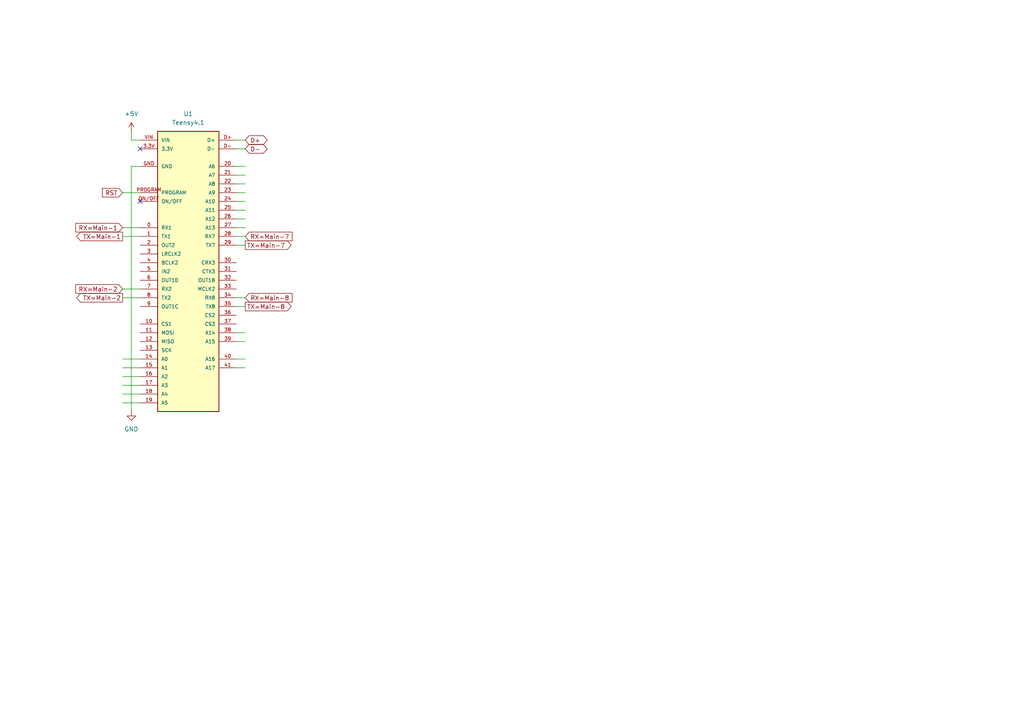
<source format=kicad_sch>
(kicad_sch (version 20250114) (generator "eeschema") (generator_version "9.0")
  (paper "A4")
  (lib_symbols
    (symbol "2025-main:Teensy4.1" (pin_names (offset 1.016))
      (property "Reference" "U" (at 0 5.08 0))
      (property "Value" "Teensy4.1" (at 0 2.54 0))
      (symbol "Teensy4.1_0_0"
        (rectangle (start -8.89 0) (end 8.89 -81.28) (stroke (width 0.254)) (fill (type background)))
        (pin input line (at -13.97 -2.54 0) (length 5.08) (name "VIN") (number "VIN"))
        (pin power_in line (at -13.97 -5.08 0) (length 5.08) (name "3.3V") (number "3.3V"))
        (pin power_in line (at -13.97 -10.16 0) (length 5.08) (name "GND") (number "GND"))
        (pin bidirectional line (at -13.97 -17.78 0) (length 5.08) (name "PROGRAM") (number "PROGRAM"))
        (pin bidirectional line (at -13.97 -20.32 0) (length 5.08) (name "ON/OFF") (number "ON/OFF"))
        (pin bidirectional line (at -13.97 -27.94 0) (length 5.08) (name "RX1") (number "0"))
        (pin bidirectional line (at -13.97 -30.48 0) (length 5.08) (name "TX1") (number "1"))
        (pin output line (at -13.97 -33.02 0) (length 5.08) (name "OUT2") (number "2"))
        (pin bidirectional line (at -13.97 -35.56 0) (length 5.08) (name "LRCLK2") (number "3"))
        (pin bidirectional line (at -13.97 -38.1 0) (length 5.08) (name "BCLK2") (number "4"))
        (pin bidirectional line (at -13.97 -40.64 0) (length 5.08) (name "IN2") (number "5"))
        (pin output line (at -13.97 -43.18 0) (length 5.08) (name "OUT1D") (number "6"))
        (pin bidirectional line (at -13.97 -45.72 0) (length 5.08) (name "RX2") (number "7"))
        (pin bidirectional line (at -13.97 -48.26 0) (length 5.08) (name "TX2") (number "8"))
        (pin output line (at -13.97 -50.8 0) (length 5.08) (name "OUT1C") (number "9"))
        (pin bidirectional line (at -13.97 -55.88 0) (length 5.08) (name "CS1") (number "10"))
        (pin bidirectional line (at -13.97 -58.42 0) (length 5.08) (name "MOSI") (number "11"))
        (pin bidirectional line (at -13.97 -60.96 0) (length 5.08) (name "MISO") (number "12"))
        (pin bidirectional line (at -13.97 -63.5 0) (length 5.08) (name "SCK") (number "13"))
        (pin bidirectional line (at -13.97 -66.04 0) (length 5.08) (name "A0") (number "14"))
        (pin bidirectional line (at -13.97 -68.58 0) (length 5.08) (name "A1") (number "15"))
        (pin bidirectional line (at -13.97 -71.12 0) (length 5.08) (name "A2") (number "16"))
        (pin bidirectional line (at -13.97 -73.66 0) (length 5.08) (name "A3") (number "17"))
        (pin bidirectional line (at -13.97 -76.2 0) (length 5.08) (name "A4") (number "18"))
        (pin bidirectional line (at -13.97 -78.74 0) (length 5.08) (name "A5") (number "19"))
        (pin bidirectional line (at 13.97 -10.16 180) (length 5.08) (name "A6") (number "20"))
        (pin bidirectional line (at 13.97 -12.7 180) (length 5.08) (name "A7") (number "21"))
        (pin bidirectional line (at 13.97 -15.24 180) (length 5.08) (name "A8") (number "22"))
        (pin bidirectional line (at 13.97 -17.78 180) (length 5.08) (name "A9") (number "23"))
        (pin bidirectional line (at 13.97 -20.32 180) (length 5.08) (name "A10") (number "24"))
        (pin bidirectional line (at 13.97 -22.86 180) (length 5.08) (name "A11") (number "25"))
        (pin bidirectional line (at 13.97 -25.4 180) (length 5.08) (name "A12") (number "26"))
        (pin bidirectional line (at 13.97 -27.94 180) (length 5.08) (name "A13") (number "27"))
        (pin bidirectional line (at 13.97 -30.48 180) (length 5.08) (name "RX7") (number "28"))
        (pin bidirectional line (at 13.97 -33.02 180) (length 5.08) (name "TX7") (number "29"))
        (pin bidirectional line (at 13.97 -38.1 180) (length 5.08) (name "CRX3") (number "30"))
        (pin bidirectional line (at 13.97 -40.64 180) (length 5.08) (name "CTX3") (number "31"))
        (pin output line (at 13.97 -43.18 180) (length 5.08) (name "OUT1B") (number "32"))
        (pin bidirectional line (at 13.97 -45.72 180) (length 5.08) (name "MCLK2") (number "33"))
        (pin bidirectional line (at 13.97 -48.26 180) (length 5.08) (name "RX8") (number "34"))
        (pin bidirectional line (at 13.97 -50.8 180) (length 5.08) (name "TX8") (number "35"))
        (pin bidirectional line (at 13.97 -53.34 180) (length 5.08) (name "CS2") (number "36"))
        (pin bidirectional line (at 13.97 -55.88 180) (length 5.08) (name "CS3") (number "37"))
        (pin bidirectional line (at 13.97 -58.42 180) (length 5.08) (name "A14") (number "38"))
        (pin bidirectional line (at 13.97 -60.96 180) (length 5.08) (name "A15") (number "39"))
        (pin bidirectional line (at 13.97 -66.04 180) (length 5.08) (name "A16") (number "40"))
        (pin bidirectional line (at 13.97 -68.58 180) (length 5.08) (name "A17") (number "41"))
      )
      (symbol "Teensy4.1_1_0"
        (pin bidirectional line (at 13.97 -2.54 180) (length 5.08) (name "D+") (number "D+"))
        (pin bidirectional line (at 13.97 -5.08 180) (length 5.08) (name "D-") (number "D-"))
      )
    )
    (symbol "power:+5V" (power) (pin_numbers (hide yes)) (pin_names (offset 0) (hide yes))
      (property "Value" "+5V" (at 0 3.556 0))
      (symbol "+5V_0_1"
        (polyline (pts (xy -0.762 1.27) (xy 0 2.54)))
        (polyline (pts (xy 0 2.54) (xy 0.762 1.27)))
        (polyline (pts (xy 0 0) (xy 0 2.54)))
      )
      (symbol "+5V_1_1"
        (pin power_in line (at 0 0 90) (length 0) (name "~") (number "1"))
      )
    )
    (symbol "power:GND" (power) (pin_numbers (hide yes)) (pin_names (offset 0) (hide yes))
      (property "Value" "GND" (at 0 -3.81 0))
      (symbol "GND_0_1"
        (polyline (pts (xy 0 0) (xy 0 -1.27) (xy 1.27 -1.27) (xy 0 -2.54) (xy -1.27 -1.27) (xy 0 -1.27)))
      )
      (symbol "GND_1_1"
        (pin power_in line (at 0 0 270) (length 0) (name "~") (number "1"))
      )
    )
  )
  (no_connect (at 40.64 43.18))
  (no_connect (at 40.64 58.42))
  (wire (pts (xy 71.12 71.12) (xy 68.58 71.12)))
  (wire (pts (xy 35.56 68.58) (xy 40.64 68.58)))
  (wire (pts (xy 71.12 68.58) (xy 68.58 68.58)))
  (wire (pts (xy 71.12 88.9) (xy 68.58 88.9)))
  (wire (pts (xy 35.56 114.3) (xy 40.64 114.3)))
  (wire (pts (xy 68.58 55.88) (xy 71.12 55.88)))
  (wire (pts (xy 68.58 63.5) (xy 71.12 63.5)))
  (wire (pts (xy 68.58 66.04) (xy 71.12 66.04)))
  (wire (pts (xy 40.64 48.26) (xy 38.1 48.26)))
  (wire (pts (xy 35.56 104.14) (xy 40.64 104.14)))
  (wire (pts (xy 35.56 111.76) (xy 40.64 111.76)))
  (wire (pts (xy 68.58 104.14) (xy 71.12 104.14)))
  (wire (pts (xy 71.12 43.18) (xy 68.58 43.18)))
  (wire (pts (xy 35.56 106.68) (xy 40.64 106.68)))
  (wire (pts (xy 35.56 109.22) (xy 40.64 109.22)))
  (wire (pts (xy 68.58 96.52) (xy 71.12 96.52)))
  (wire (pts (xy 68.58 50.8) (xy 71.12 50.8)))
  (wire (pts (xy 40.64 40.64) (xy 38.1 40.64)))
  (wire (pts (xy 35.56 116.84) (xy 40.64 116.84)))
  (wire (pts (xy 35.56 55.88) (xy 40.64 55.88)))
  (wire (pts (xy 71.12 40.64) (xy 68.58 40.64)))
  (wire (pts (xy 68.58 106.68) (xy 71.12 106.68)))
  (wire (pts (xy 71.12 86.36) (xy 68.58 86.36)))
  (wire (pts (xy 38.1 48.26) (xy 38.1 119.38)))
  (wire (pts (xy 68.58 60.96) (xy 71.12 60.96)))
  (wire (pts (xy 68.58 48.26) (xy 71.12 48.26)))
  (wire (pts (xy 35.56 66.04) (xy 40.64 66.04)))
  (wire (pts (xy 68.58 99.06) (xy 71.12 99.06)))
  (wire (pts (xy 38.1 38.1) (xy 38.1 40.64)))
  (wire (pts (xy 68.58 53.34) (xy 71.12 53.34)))
  (wire (pts (xy 35.56 86.36) (xy 40.64 86.36)))
  (wire (pts (xy 68.58 58.42) (xy 71.12 58.42)))
  (wire (pts (xy 35.56 83.82) (xy 40.64 83.82)))
  (global_label "RX=Main-7" (shape input) (at 71.12 68.58 0) (property "Intersheetrefs" "${INTERSHEET_REFS}" (effects (hide yes))))
  (global_label "RST" (shape input) (at 35.56 55.88 180) (property "Intersheetrefs" "${INTERSHEET_REFS}" (effects (hide yes))))
  (global_label "TX=Main-7" (shape output) (at 71.12 71.12 0) (property "Intersheetrefs" "${INTERSHEET_REFS}" (effects (hide yes))))
  (global_label "RX=Main-8" (shape input) (at 71.12 86.36 0) (property "Intersheetrefs" "${INTERSHEET_REFS}" (effects (hide yes))))
  (global_label "TX=Main-2" (shape output) (at 35.56 86.36 180) (property "Intersheetrefs" "${INTERSHEET_REFS}" (effects (hide yes))))
  (global_label "TX=Main-8" (shape output) (at 71.12 88.9 0) (property "Intersheetrefs" "${INTERSHEET_REFS}" (effects (hide yes))))
  (global_label "RX=Main-2" (shape input) (at 35.56 83.82 180) (property "Intersheetrefs" "${INTERSHEET_REFS}" (effects (hide yes))))
  (global_label "TX=Main-1" (shape output) (at 35.56 68.58 180) (property "Intersheetrefs" "${INTERSHEET_REFS}" (effects (hide yes))))
  (global_label "RX=Main-1" (shape input) (at 35.56 66.04 180) (property "Intersheetrefs" "${INTERSHEET_REFS}" (effects (hide yes))))
  (global_label "D-" (shape bidirectional) (at 71.12 43.18 0) (property "Intersheetrefs" "${INTERSHEET_REFS}" (effects (hide yes))))
  (global_label "D+" (shape bidirectional) (at 71.12 40.64 0) (property "Intersheetrefs" "${INTERSHEET_REFS}" (effects (hide yes))))
  (symbol (lib_id "power:GND") (at 38.1 119.38 0) (unit 1)
    (property "Reference" "#PWR01" (effects (hide yes)))
    (property "Value" "GND" (at 38.1 124.46 0))
    (property "Description" "Power symbol creates a global label with name \"GND\" , ground" (effects (hide yes)))
  )
  (symbol (lib_id "2025-main:Teensy4.1") (at 54.61 38.1 0) (unit 1)
    (property "Reference" "U1" (at 54.61 33.02 0))
    (property "Value" "Teensy4.1" (at 54.61 35.56 0))
  )
  (symbol (lib_id "power:+5V") (at 38.1 38.1 0) (unit 1)
    (property "Reference" "#PWR02" (effects (hide yes)))
    (property "Value" "+5V" (at 38.1 33.02 0))
    (property "Description" "Power symbol creates a global label with name \"+5V\"" (effects (hide yes)))
  )
)
</source>
